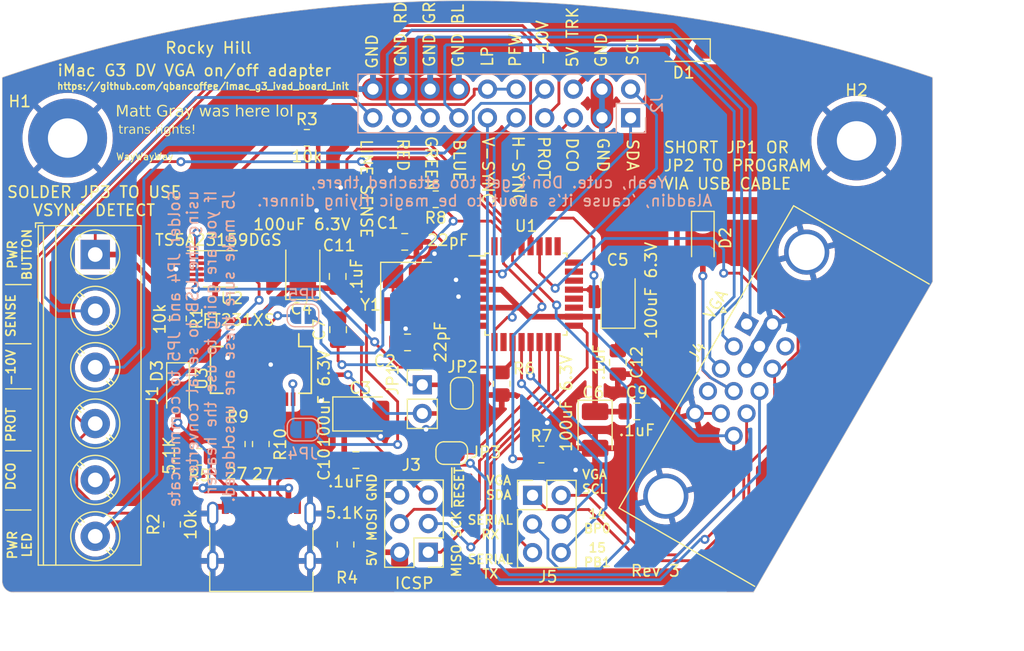
<source format=kicad_pcb>
(kicad_pcb (version 20240108) (generator "pcbnew") (generator_version "8.0")
  (title_block (title "J2o Board") (date "2020-03-27") (rev "3") (comment 3 "initializing the IVAD board and sending an EDID when requested.") (comment 4 "Powers atmega328p from J20 connector and from thr VGA connector."))
  (layers (0 "F.Cu" signal) (31 "B.Cu" signal) (34 "B.Paste" user) (35 "F.Paste" user) (36 "B.SilkS" user "B.Silkscreen") (37 "F.SilkS" user "F.Silkscreen") (38 "B.Mask" user) (39 "F.Mask" user) (44 "Edge.Cuts" user))
  (net 0 "")
  (net 1 "GND")
  (net 2 "Net-(U1-XTAL1{slash}PB6)")
  (net 3 "Net-(U1-XTAL2{slash}PB7)")
  (net 4 "/RED")
  (net 5 "/GREEN")
  (net 6 "/BLUE")
  (net 7 "/COMPUTER_5V")
  (net 8 "/COMPUTER_SDA")
  (net 9 "/H_SYNC")
  (net 10 "/V_SYNC")
  (net 11 "/COMPUTER_SCL")
  (net 12 "/IVAD_SDA")
  (net 13 "/IVAD_SCL")
  (net 14 "/DCO")
  (net 15 "/5V_TRICKLE")
  (net 16 "/PROT")
  (net 17 "/-10V")
  (net 18 "/LPIACT:L1_LP")
  (net 19 "/LINE_SENSE")
  (net 20 "/+5V_BOARD")
  (net 21 "/PWR_BTN")
  (net 22 "/MISO")
  (net 23 "/SCK")
  (net 24 "/MOSI")
  (net 25 "/~{RESET}")
  (net 26 "/PWR_LED")
  (net 27 "/SERIAL_RX")
  (net 28 "/SERIAL_TX")
  (net 29 "/PB0")
  (net 30 "/PB1")
  (net 32 "/5V_USB")
  (net 34 "Net-(JP3-A)")
  (net 35 "Net-(U1-PD7)")
  (net 56 "Net-(U3-USBDP)")
  (net 57 "Net-(U3-USBDM)")
  (net 58 "Net-(JP1-A)")
  (net 59 "Net-(JP1-B)")
  (net 60 "Net-(J5-Pin_5)")
  (net 61 "Net-(J6-D--PadA7)")
  (net 62 "Net-(J6-D+-PadA6)")
  (net 63 "Net-(JP4-B)")
  (net 64 "Net-(JP5-B)")
  (net 67 "Net-(J6-CC2)")
  (net 68 "Net-(J6-CC1)")
  (footprint "MountingHole:MountingHole_3.5mm_Pad" (layer "F.Cu") (at 209.153 70.1538)
    (property "Reference" "H2")
    (property "Value" "MountingHole_Pad" (hide yes))
  )
  (footprint "Connector_PinHeader_2.54mm:PinHeader_2x03_P2.54mm_Vertical" (layer "F.Cu") (at 171.153 106.654 180)
    (property "Reference" "J3")
    (property "Value" "Conn_02x03_Odd_Even" (hide yes))
  )
  (footprint "TerminalBlock_Phoenix:TerminalBlock_Phoenix_PT-1,5-6-5.0-H_1x06_P5.00mm_Horizontal" (layer "F.Cu") (at 141.605 80.236 -90)
    (property "Reference" "J1")
    (property "Value" "Screw_Terminal_01x06" (hide yes))
  )
  (footprint "MountingHole:MountingHole_3.5mm_Pad" (layer "F.Cu") (at 139.153 69.9038)
    (property "Reference" "H1")
    (property "Value" "MountingHole_Pad" (hide yes))
  )
  (footprint "Connector_PinHeader_2.54mm:PinHeader_2x03_P2.54mm_Vertical" (layer "F.Cu") (at 180.403 101.604)
    (property "Reference" "J5")
    (property "Value" "Conn_02x03_Odd_Even" (hide yes))
  )
  (footprint "Connector_Dsub:DSUB-15-HD_Female_Horizontal_P2.29x1.98mm_EdgePinOffset8.35mm_Housed_MountingHolesOffset10.89mm" (layer "F.Cu") (at 199.403 86.4038 60)
    (property "Reference" "J4")
    (property "Value" "DE15_Receptacle_HighDensity_MountingHoles")
  )
  (footprint "Jumper:SolderJumper-2_P1.3mm_Open_RoundedPad1.0x1.5mm" (layer "F.Cu") (at 173.233 97.8538 180)
    (property "Reference" "JP3")
    (property "Value" "SolderJumper_2_Open" (hide yes))
  )
  (footprint "Diode_SMD:D_SOD-123" (layer "F.Cu") (at 193.813 62.1038 180)
    (property "Reference" "D1")
    (property "Value" "D_Schottky_ALT" (hide yes))
  )
  (footprint "Diode_SMD:D_SOD-123" (layer "F.Cu") (at 195.513 78.7738 -90)
    (property "Reference" "D2")
    (property "Value" "D_Schottky_ALT" (hide yes))
  )
  (footprint "Resistor_SMD:R_0805_2012Metric_Pad1.20x1.40mm_HandSolder" (layer "F.Cu") (at 148.943 85.9138 -90)
    (property "Reference" "R1")
    (property "Value" "10k")
  )
  (footprint "Resistor_SMD:R_0805_2012Metric_Pad1.20x1.40mm_HandSolder" (layer "F.Cu") (at 148.423 104.1838 90)
    (property "Reference" "R2")
    (property "Value" "10k")
  )
  (footprint "Resistor_SMD:R_0805_2012Metric_Pad1.20x1.40mm_HandSolder" (layer "F.Cu") (at 160.383 69.8838)
    (property "Reference" "R3")
    (property "Value" "10k")
  )
  (footprint "Resistor_SMD:R_0805_2012Metric_Pad1.20x1.40mm_HandSolder" (layer "F.Cu") (at 177.673 91.7038 90)
    (property "Reference" "R6")
    (property "Value" "10k")
  )
  (footprint "Package_QFP:TQFP-32_7x7mm_P0.8mm" (layer "F.Cu") (at 179.828 83.7538)
    (property "Reference" "U1")
    (property "Value" "ATmega328P-AU" (hide yes))
  )
  (footprint "Package_SO:VSSOP-10_3x3mm_P0.5mm" (layer "F.Cu") (at 152.703 81.5038)
    (property "Reference" "U2")
    (property "Value" "TS5A23159DGS")
  )
  (footprint "Package_SO:SSOP-20_3.9x8.7mm_P0.635mm" (layer "F.Cu") (at 156.3005 90.4738 -90)
    (property "Reference" "U3")
    (property "Value" "FT231XS")
  )
  (footprint "Crystal:Crystal_SMD_3225-4Pin_3.2x2.5mm_HandSoldering" (layer "F.Cu") (at 169.178 83.6288 -90)
    (property "Reference" "Y1")
    (property "Value" "16 Mz cystal" (hide yes))
  )
  (footprint "Capacitor_Tantalum_SMD:CP_EIA-3528-21_Kemet-B_Pad1.50x2.35mm_HandSolder" (layer "F.Cu") (at 185.953 95.7988 -90)
    (property "Reference" "C6")
    (property "Value" "100uF 6.3V")
  )
  (footprint "Capacitor_Tantalum_SMD:CP_EIA-3528-21_Kemet-B_Pad1.50x2.35mm_HandSolder" (layer "F.Cu") (at 165.318 94.3838)
    (property "Reference" "C3")
    (property "Value" "100uF 6.3V")
  )
  (footprint "Capacitor_Tantalum_SMD:CP_EIA-3528-21_Kemet-B_Pad1.50x2.35mm_HandSolder" (layer "F.Cu") (at 187.993 84.1388 90)
    (property "Reference" "C5")
    (property "Value" "100uF 6.3V")
  )
  (footprint "Capacitor_Tantalum_SMD:CP_EIA-3528-21_Kemet-B_Pad1.50x2.35mm_HandSolder" (layer "F.Cu") (at 160.023 81.5888 90)
    (property "Reference" "C4")
    (property "Value" "100uF 6.3V")
  )
  (footprint "Capacitor_SMD:C_0805_2012Metric_Pad1.18x1.45mm_HandSolder" (layer "F.Cu") (at 169.313 88.0338 180)
    (property "Reference" "C2")
    (property "Value" "22pF")
  )
  (footprint "Capacitor_SMD:C_0805_2012Metric_Pad1.18x1.45mm_HandSolder" (layer "F.Cu") (at 169.063 79.1138 180)
    (property "Reference" "C1")
    (property "Value" "22pF")
  )
  (footprint "Diode_SMD:D_SOD-123" (layer "F.Cu") (at 148.943 92.2038 -90)
    (property "Reference" "D3")
    (property "Value" "D_Schottky_ALT" (hide yes))
  )
  (footprint "Jumper:SolderJumper-2_P1.3mm_Open_RoundedPad1.0x1.5mm" (layer "F.Cu") (at 174.123 92.5438 -90)
    (property "Reference" "JP2")
    (property "Value" "SolderJumper_2_Open" (hide yes))
  )
  (footprint "Connector_PinHeader_2.54mm:PinHeader_1x02_P2.54mm_Vertical" (layer "F.Cu") (at 170.623 91.7988)
    (property "Reference" "JP1")
    (property "Value" "SolderJumper_2_Open" (hide yes))
  )
  (footprint "Resistor_SMD:R_0805_2012Metric_Pad1.20x1.40mm_HandSolder" (layer "F.Cu") (at 163.813 105.9638 -90)
    (property "Reference" "R4")
    (property "Value" "5.1K")
  )
  (footprint "Capacitor_SMD:C_0805_2012Metric_Pad1.18x1.45mm_HandSolder" (layer "F.Cu") (at 163.113 82.1838 90)
    (property "Reference" "C11")
    (property "Value" ".1uF")
  )
  (footprint "Resistor_SMD:R_0805_2012Metric_Pad1.20x1.40mm_HandSolder" (layer "F.Cu") (at 154.163 97.0538 90)
    (property "Reference" "R9")
    (property "Value" "27")
  )
  (footprint "Resistor_SMD:R_0805_2012Metric_Pad1.20x1.40mm_HandSolder" (layer "F.Cu") (at 156.293 97.0538 90)
    (property "Reference" "R10")
    (property "Value" "27")
  )
  (footprint "Capacitor_SMD:C_0805_2012Metric_Pad1.18x1.45mm_HandSolder" (layer "F.Cu") (at 189.6555 94.1538)
    (property "Reference" "C9")
    (property "Value" ".1uF")
  )
  (footprint "Resistor_SMD:R_0805_2012Metric_Pad1.20x1.40mm_HandSolder" (layer "F.Cu") (at 150.833 98.1838 180)
    (property "Reference" "R5")
    (property "Value" "5.1K")
  )
  (footprint "Resistor_SMD:R_0805_2012Metric_Pad1.20x1.40mm_HandSolder" (layer "F.Cu") (at 181.183 97.9838)
    (property "Reference" "R7")
    (property "Value" "10k")
  )
  (footprint "Capacitor_SMD:C_0805_2012Metric_Pad1.18x1.45mm_HandSolder" (layer "F.Cu") (at 164.733 98.4738)
    (property "Reference" "C10")
    (property "Value" ".1uF")
  )
  (footprint "Capacitor_SMD:C_0805_2012Metric_Pad1.18x1.45mm_HandSolder" (layer "F.Cu") (at 187.973 89.8113 -90)
    (property "Reference" "C12")
    (property "Value" ".1uF")
  )
  (footprint "Connector_USB:USB_C_Receptacle_G-Switch_GT-USB-7010ASV" (layer "F.Cu") (at 156.343 106.3438)
    (property "Reference" "J6" (hide yes))
    (property "Value" "USB_C_Receptacle_USB2.0")
  )
  (footprint "Capacitor_SMD:C_0805_2012Metric_Pad1.18x1.45mm_HandSolder" (layer "F.Cu") (at 163.153 86.9038 90)
    (property "Reference" "C7")
    (property "Value" ".1uF")
  )
  (footprint "Resistor_SMD:R_0805_2012Metric_Pad1.20x1.40mm_HandSolder" (layer "F.Cu") (at 171.813 75.3338 180)
    (property "Reference" "R8")
    (property "Value" "5.1K")
  )
  (footprint "Connector_PinHeader_2.54mm:PinHeader_2x10_P2.54mm_Vertical" (layer "B.Cu") (at 189.103 68.1038 90)
    (property "Reference" "J2")
    (property "Value" "Conn_02x10_Odd_Even" (hide yes))
  )
  (footprint "Jumper:SolderJumper-2_P1.3mm_Open_RoundedPad1.0x1.5mm" (layer "B.Cu") (at 160.043 95.7738 180)
    (property "Reference" "JP4")
    (property "Value" "SolderJumper_2_Open" (hide yes))
  )
  (footprint "Jumper:SolderJumper-2_P1.3mm_Open_RoundedPad1.0x1.5mm" (layer "B.Cu") (at 160.033 85.6438 180)
    (property "Reference" "JP5")
    (property "Value" "SolderJumper_2_Open" (hide yes))
  )
  (gr_line (start 135.903 82.9038) (end 133.653 82.9038) (stroke (width 0.12)) (layer "F.SilkS"))
  (gr_line (start 135.903 97.6538) (end 133.653 97.6538) (stroke (width 0.12)) (layer "F.SilkS"))
  (gr_line (start 135.903 88.1538) (end 133.653 88.1538) (stroke (width 0.12)) (layer "F.SilkS"))
  (gr_line (start 135.903 92.1538) (end 133.653 92.1538) (stroke (width 0.12)) (layer "F.SilkS"))
  (gr_line (start 135.903 102.9038) (end 133.653 102.9038) (stroke (width 0.12)) (layer "F.SilkS"))
  (gr_line (start 133.35 109.22) (end 133.35 64.516001) (stroke (width 0.05)) (layer "Edge.Cuts"))
  (gr_line (start 200.003 110.22) (end 134.35 110.22) (stroke (width 0.05)) (layer "Edge.Cuts"))
  (gr_line (start 215.899998 64.516) (end 215.899998 82.6538) (stroke (width 0.05)) (layer "Edge.Cuts"))
  (gr_arc (start 134.35 110.22) (mid 133.642893 109.927107) (end 133.35 109.22) (stroke (width 0.05)) (layer "Edge.Cuts"))
  (gr_line (start 215.899998 82.6538) (end 200.003 110.22) (stroke (width 0.05)) (layer "Edge.Cuts"))
  (gr_arc (start 133.35 64.516001) (mid 174.624999 57.705384) (end 215.899998 64.516) (stroke (width 0.05)) (layer "Edge.Cuts"))
  (gr_text "Yeah, cute. Don't get too attached there, \nAladdin, 'cause it's about to be magic flying dinner." (at 176.153 74.6538 0) (layer "B.SilkS") (effects (font (size 1 1)) (justify mirror)))
  (gr_text "Solder JP4 and JP5 to communicate\nusing the USB to serial converter.\nIf you are going to use the header\nJ5 make sure these are unsoldered." (at 154.043 74.4638 90) (layer "B.SilkS") (effects (font (size 1 1)) (justify left bottom mirror)))
  (gr_text "14\nBP0" (at 186.153 103.9038 0) (layer "F.SilkS") (effects (font (size 0.8 0.8))))
  (gr_text "VGA\nSCL" (at 185.903 100.4038 0) (layer "F.SilkS") (effects (font (size 0.8 0.8))))
  (gr_text "MISO" (at 173.653 107.4038 90) (layer "F.SilkS") (effects (font (size 0.8 0.8))))
  (gr_text "SERIAL\nRX" (at 176.653 104.4288 0) (layer "F.SilkS") (effects (font (size 0.8 0.8))))
  (gr_text "SENSE" (at 134.112 85.6538 90) (layer "F.SilkS") (effects (font (size 0.8 0.8))))
  (gr_text "PROT" (at 181.403 71.6538 270) (layer "F.SilkS") (effects (font (size 1 1))))
  (gr_text "GND" (at 186.653 71.4038 270) (layer "F.SilkS") (effects (font (size 1 1))))
  (gr_text "LP" (at 176.393 62.6538 90) (layer "F.SilkS") (effects (font (size 1 1))))
  (gr_text "ICSP" (at 169.903 109.4038 0) (layer "F.SilkS") (effects (font (size 1 1))))
  (gr_text "WayWayWay" (at 143.403 71.9038 0) (layer "F.SilkS") (effects (font (size 0.6 0.6) (thickness 0.1) (bold yes)) (justify left bottom)))
  (gr_text "DCO" (at 134.112 99.916 90) (layer "F.SilkS") (effects (font (size 0.8 0.8))))
  (gr_text "SDA" (at 189.2768 71.4038 270) (layer "F.SilkS") (effects (font (size 1 1))))
  (gr_text "PFW" (at 178.8668 62.0903 90) (layer "F.SilkS") (effects (font (size 1 1))))
  (gr_text "GND" (at 166.153 100.9038 90) (layer "F.SilkS") (effects (font (size 0.8 0.8))))
  (gr_text "VGA\nSDA" (at 177.403 100.9288 0) (layer "F.SilkS") (effects (font (size 0.8 0.8))))
  (gr_text "GND GR" (at 171.2468 60.6933 90) (layer "F.SilkS") (effects (font (size 1 1))))
  (gr_text "SERIAL\nTX" (at 176.653 107.9288 0) (layer "F.SilkS") (effects (font (size 0.8 0.8))))
  (gr_text "GND" (at 186.4868 62.0903 90) (layer "F.SilkS") (effects (font (size 1 1))))
  (gr_text "MOSI" (at 166.153 104.2038 90) (layer "F.SilkS") (effects (font (size 0.8 0.8))))
  (gr_text "GND RD" (at 168.7068 60.6933 90) (layer "F.SilkS") (effects (font (size 1 1))))
  (gr_text "15\nPB1" (at 186.153 106.9038 0) (layer "F.SilkS") (effects (font (size 0.8 0.8))))
  (gr_text "trans rights!" (at 143.653 69.6538 0) (layer "F.SilkS") (effects (font (size 0.8 0.8)) (justify left bottom)))
  (gr_text "RED" (at 168.903 71.4038 270) (layer "F.SilkS") (effects (font (size 1 1))))
  (gr_text "5V" (at 166.153 107.1538 90) (layer "F.SilkS") (effects (font (size 0.8 0.8))))
  (gr_text "Matt Gray was here lol" (at 143.403 68.1538 0) (layer "F.SilkS") (effects (font (size 1 1)) (justify left bottom)))
  (gr_text "SHORT JP1 OR\nJP2 TO PROGRAM\nVIA USB CABLE" (at 191.963 74.5438 0) (layer "F.SilkS") (effects (font (size 1 1)) (justify left bottom)))
  (gr_text "GND BL" (at 173.7868 60.8203 90) (layer "F.SilkS") (effects (font (size 1 1))))
  (gr_text "5V TRK" (at 183.9468 60.9473 90) (layer "F.SilkS") (effects (font (size 1 1))))
  (gr_text "V-SYNC" (at 176.4498 72.7786 270) (layer "F.SilkS") (effects (font (size 1 1))))
  (gr_text "iMac G3 DV VGA on/off adapter" (at 150.403 63.9038 0) (layer "F.SilkS") (effects (font (size 1 1))))
  (gr_text "BLUE" (at 173.903 71.9038 270) (layer "F.SilkS") (effects (font (size 1 1))))
  (gr_text "~{RESET}" (at 173.903 100.9038 90) (layer "F.SilkS") (effects (font (size 0.8 0.8))))
  (gr_text "-10V" (at 181.2798 61.4553 90) (layer "F.SilkS") (effects (font (size 1 1))))
  (gr_text "SCK" (at 173.653 104.1538 90) (layer "F.SilkS") (effects (font (size 0.8 0.8))))
  (gr_text "SOLDER JP3 TO USE\nVSYNC DETECT" (at 141.503 75.5038 0) (layer "F.SilkS") (effects (font (size 1 1))))
  (gr_text "H-SYNC" (at 179.1168 72.7786 270) (layer "F.SilkS") (effects (font (size 1 1))))
  (gr_text "DCO" (at 183.903 71.4038 270) (layer "F.SilkS") (effects (font (size 1 1))))
  (gr_text "GND" (at 166.1668 62.2173 90) (layer "F.SilkS") (effects (font (size 1 1))))
  (gr_text "VGA" (at 196.653 84.6538 60) (layer "F.SilkS") (effects (font (size 1 1))))
  (gr_text "SCL" (at 189.2808 62.0903 90) (layer "F.SilkS") (effects (font (size 1 1))))
  (gr_text "PWR\nLED" (at 134.9 106.012 90) (layer "F.SilkS") (effects (font (size 0.8 0.8))))
  (gr_text "PWR\nBUTTON" (at 134.9 80.236 90) (layer "F.SilkS") (effects (font (size 0.8 0.8))))
  (gr_text "Rev 3" (at 191.303 108.3038 0) (layer "F.SilkS") (effects (font (size 1 1))))
  (gr_text "GREEN" (at 171.403 72.1538 270) (layer "F.SilkS") (effects (font (size 1 1))))
  (gr_text "-10V" (at 134.112 90.264 90) (layer "F.SilkS") (effects (font (size 0.8 0.8))))
  (gr_text "PROT" (at 134.112 95.344 90) (layer "F.SilkS") (effects (font (size 0.8 0.8))))
  (gr_text "Rocky Hill" (at 151.653 61.9038 0) (layer "F.SilkS") (effects (font (size 1 1))))
  (gr_text "https://github.com/qbancoffee/imac_g3_ivad_board_init" (at 138.153 65.6538 0) (layer "F.SilkS") (effects (font (size 0.6 0.6) (thickness 0.125) (bold yes)) (justify left bottom)))
  (gr_text "LINE SENSE" (at 165.653 74.4038 270) (layer "F.SilkS") (effects (font (size 1 1))))
  (segment (start 168.028 85.6988) (end 168.028 85.0788) (width 0.25) (layer "F.Cu") (net 1))
  (segment (start 175.578 84.1538) (end 174.013 84.1538) (width 0.3) (layer "F.Cu") (net 1))
  (segment (start 170.813 75.3338) (end 170.283 75.3338) (width 0.25) (layer "F.Cu") (net 1))
  (segment (start 187.153 83.3538) (end 187.993 82.5138) (width 0.25) (layer "F.Cu") (net 1))
  (segment (start 159.163 80.8238) (end 160.023 79.9638) (width 0.3) (layer "F.Cu") (net 1))
  (segment (start 155.983 91.4738) (end 156.618 92.1088) (width 0.4) (layer "F.Cu") (net 1))
  (segment (start 197.108631 94.336593) (end 197.11023 94.334994) (width 0.25) (layer "F.Cu") (net 1))
  (segment (start 170.283 75.3338) (end 167.763 72.8138) (width 0.25) (layer "F.Cu") (net 1))
  (segment (start 166.943 96.3538) (end 166.933 96.3638) (width 0.25) (layer "F.Cu") (net 1))
  (segment (start 150.503 81.5038) (end 148.803 81.5038) (width 0.3) (layer "F.Cu") (net 1))
  (segment (start 157.983 82.0038) (end 159.163 80.8238) (width 0.3) (layer "F.Cu") (net 1))
  (segment (start 175.578 82.5538) (end 173.683 82.5538) (width 0.3) (layer "F.Cu") (net 1))
  (segment (start 168.028 87.7863) (end 168.2755 88.0338) (width 0.25) (layer "F.Cu") (net 1))
  (segment (start 158.983 81.0038) (end 159.163 80.8238) (width 0.3) (layer "F.Cu") (net 1))
  (segment (start 184.078 83.3538) (end 187.153 83.3538) (width 0.25) (layer "F.Cu") (net 1))
  (segment (start 156.618 92.1088) (end 156.618 93.0738) (width 0.4) (layer "F.Cu") (net 1))
  (segment (start 171.323 65.5638) (end 173.863 65.5638) (width 2) (layer "F.Cu") (net 1))
  (segment (start 168.783 65.5638) (end 171.323 65.5638) (width 2) (layer "F.Cu") (net 1))
  (segment (start 166.943 94.3838) (end 166.943 96.3538) (width 0.25) (layer "F.Cu") (net 1))
  (segment (start 154.903 82.0038) (end 157.983 82.0038) (width 0.3) (layer "F.Cu") (net 1))
  (segment (start 194.823 94.336593) (end 197.108631 94.336593) (width 0.25) (layer "F.Cu") (net 1))
  (segment (start 169.143 86.8138) (end 168.028 85.6988) (width 0.25) (layer "F.Cu") (net 1))
  (segment (start 169.143 87.1663) (end 168.2755 88.0338) (width 0.25) (layer "F.Cu") (net 1))
  (segment (start 186.563 65.5638) (end 186.563 68.1038) (width 2) (layer "F.Cu") (net 1))
  (segment (start 168.028 85.0788) (end 168.028 87.7863) (width 0.25) (layer "F.Cu") (net 1))
  (segment (start 174.013 84.1538) (end 173.833 83.9738) (width 0.3) (layer "F.Cu") (net 1))
  (segment (start 169.143 86.8138) (end 169.143 87.1663) (width 0.25) (layer "F.Cu") (net 1))
  (segment (start 148.803 81.5038) (end 148.773 81.5338) (width 0.3) (layer "F.Cu") (net 1))
  (segment (start 155.983 87.8738) (end 155.983 91.4738) (width 0.4) (layer "F.Cu") (net 1))
  (segment (start 154.903 81.0038) (end 158.983 81.0038) (width 0.3) (layer "F.Cu") (net 1))
  (segment (start 166.243 65.5638) (end 168.783 65.5638) (width 2) (layer "F.Cu") (net 1))
  (segment (start 173.683 82.5538) (end 173.613 82.4838) (width 0.3) (layer "F.Cu") (net 1))
  (via (at 157.173 90.0038) (size 0.8) (drill 0.4) (layers "F.Cu" "B.Cu") (net 1))
  (via (at 163.383 74.3038) (size 0.8) (drill 0.4) (layers "F.Cu" "B.Cu") (net 1))
  (via (at 171.703 80.1638) (size 0.8) (drill 0.4) (layers "F.Cu" "B.Cu") (net 1))
  (via (at 166.933 96.3638) (size 0.8) (drill 0.4) (layers "F.Cu" "B.Cu") (net 1))
  (via (at 181.703 95.1638) (size 0.8) (drill 0.4) (layers "F.Cu" "B.Cu") (net 1))
  (via (at 161.243 76.3238) (size 0.8) (drill 0.4) (layers "F.Cu" "B.Cu") (net 1))
  (via (at 148.773 81.5338) (size 0.8) (drill 0.4) (layers "F.Cu" "B.Cu") (net 1))
  (via (at 173.613 82.4838) (size 0.8) (drill 0.4) (layers "F.Cu" "B.Cu") (net 1))
  (via (at 173.833 83.9738) (size 0.8) (drill 0.4) (layers "F.Cu" "B.Cu") (net 1))
  (via (at 170.953 95.7538) (size 0.8) (drill 0.4) (layers "F.Cu" "B.Cu") (net 1))
  (via (at 184.223 99.3538) (size 0.8) (drill 0.4) (layers "F.Cu" "B.Cu") (net 1))
  (via (at 153.333 89.4138) (size 0.8) (drill 0.4) (layers "F.Cu" "B.Cu") (net 1))
  (via (at 161.643 93.2138) (size 0.8) (drill 0.4) (layers "F.Cu" "B.Cu") (net 1))
  (via (at 167.763 72.8138) (size 0.8) (drill 0.4) (layers "F.Cu" "B.Cu") (net 1))
  (via (at 169.143 86.8138) (size 0.8) (drill 0.4) (layers "F.Cu" "B.Cu") (net 1))
  (segment (start 199.4 90.3686) (end 201.69 86.4022) (width 1.5) (layer "B.Cu") (net 1))
  (segment (start 168.026 79.1138) (end 168.028 79.1163) (width 0.25) (layer "F.Cu") (net 2))
  (segment (start 174.073 85.7538) (end 175.578 85.7538) (width 0.25) (layer "F.Cu") (net 2))
  (segment (start 168.193 83.6438) (end 171.963 83.6438) (width 0.25) (layer "F.Cu") (net 2))
  (segment (start 168.028 82.1788) (end 168.028 83.4788) (width 0.25) (layer "F.Cu") (net 2))
  (segment (start 168.0255 79.1138) (end 168.026 79.1138) (width 0.25) (layer "F.Cu") (net 2))
  (segment (start 171.963 83.6438) (end 174.073 85.7538) (width 0.25) (layer "F.Cu") (net 2))
  (segment (start 168.028 83.4788) (end 168.193 83.6438) (width 0.25) (layer "F.Cu") (net 2))
  (segment (start 168.028 79.1163) (end 168.028 82.1788) (width 0.25) (layer "F.Cu") (net 2))
  (segment (start 172.913 86.5538) (end 175.578 86.5538) (width 0.25) (layer "F.Cu") (net 3))
  (segment (start 170.328 88.0113) (end 170.328 85.0788) (width 0.25) (layer "F.Cu") (net 3))
  (segment (start 170.3505 88.0338) (end 170.35 88.0338) (width 0.25) (layer "F.Cu") (net 3))
  (segment (start 170.328 85.0788) (end 171.438 85.0788) (width 0.25) (layer "F.Cu") (net 3))
  (segment (start 171.438 85.0788) (end 172.913 86.5538) (width 0.25) (layer "F.Cu") (net 3))
  (segment (start 170.35 88.0338) (end 170.328 88.0113) (width 0.25) (layer "F.Cu") (net 3))
  (segment (start 169.683 60.3238) (end 167.513 62.4938) (width 0.25) (layer "B.Cu") (net 4))
  (segment (start 199.403 86.4038) (end 199.703 86.1038) (width 0.25) (layer "B.Cu") (net 4))
  (segment (start 167.513 66.8338) (end 168.783 68.1038) (width 0.25) (layer "B.Cu") (net 4))
  (segment (start 199.703 67.2438) (end 192.783 60.3238) (width 0.25) (layer "B.Cu") (net 4))
  (segment (start 199.703 86.1038) (end 199.703 67.2438) (width 0.25) (layer "B.Cu") (net 4))
  (segment (start 192.783 60.3238) (end 169.683 60.3238) (width 0.25) (layer "B.Cu") (net 4))
  (segment (start 167.513 62.4938) (end 167.513 66.8338) (width 0.25) (layer "B.Cu") (net 4))
  (segment (start 197.283 85.6138) (end 198.953 83.9438) (width 0.25) (layer "B.Cu") (net 5))
  (segment (start 170.075 61.1075) (end 170.075 66.8558) (width 0.25) (layer "B.Cu") (net 5))
  (segment (start 192.566604 60.9438) (end 170.23893 60.9438) (width 0.25) (layer "B.Cu") (net 5))
  (segment (start 170.075 66.8558) (end 171.323 68.1038) (width 0.25) (layer "B.Cu") (net 5))
  (segment (start 198.953 83.9438) (end 198.953 67.330196) (width 0.25) (layer "B.Cu") (net 5))
  (segment (start 198.258 88.387) (end 197.283 87.412) (width 0.25) (layer "B.Cu") (net 5))
  (segment (start 198.953 67.330196) (end 192.566604 60.9438) (width 0.25) (layer "B.Cu") (net 5))
  (segment (start 197.283 87.412) (end 197.283 85.6138) (width 0.25) (layer "B.Cu") (net 5))
  (segment (start 170.23893 60.9438) (end 170.075 61.1075) (width 0.25) (layer "B.Cu") (net 5))
  (segment (start 172.615 66.8558) (end 173.863 68.1038) (width 0.25) (layer "B.Cu") (net 6))
  (segment (start 197.113 90.3702) (end 196.133 89.3902) (width 0.25) (layer "B.Cu") (net 6))
  (segment (start 198.293 83.9674) (end 198.293 67.5338) (width 0.25) (layer "B.Cu") (net 6))
  (segment (start 198.293 67.5338) (end 192.393 61.6338) (width 0.25) (layer "B.Cu") (net 6))
  (segment (start 192.393 61.6338) (end 172.757 61.6338) (width 0.25) (layer "B.Cu") (net 6))
  (segment (start 172.615 61.7758) (end 172.615 66.8558) (width 0.25) (layer "B.Cu") (net 6))
  (segment (start 196.133 86.1274) (end 198.293 83.9674) (width 0.25) (layer "B.Cu") (net 6))
  (segment (start 196.133 89.3902) (end 196.133 86.1274) (width 0.25) (layer "B.Cu") (net 6))
  (segment (start 172.757 61.6338) (end 172.615 61.7758) (width 0.25) (layer "B.Cu") (net 6))
  (segment (start 195.553 82.1438) (end 195.729 81.9678) (width 0.25) (layer "F.Cu") (net 7))
  (segment (start 198.2552 92.3518) (end 198.255 92.3518) (width 0.25) (layer "F.Cu") (net 7))
  (segment (start 195.513 82.1438) (end 195.553 82.1438) (width 0.25) (layer "F.Cu") (net 7))
  (segment (start 196.143 91.1338) (end 195.513 90.5038) (width 0.25) (layer "F.Cu") (net 7))
  (segment (start 195.513 90.5038) (end 195.513 82.1438) (width 0.25) (layer "F.Cu") (net 7))
  (segment (start 195.513 82.1438) (end 195.513 80.4238) (width 0.5) (layer "F.Cu") (net 7))
  (segment (start 198.255 92.3518) (end 196.143 91.1338) (width 0.25) (layer "F.Cu") (net 7))
  (via (at 195.513 82.1438) (size 0.8) (drill 0.4) (layers "F.Cu" "B.Cu") (net 7))
  (segment (start 195.513 82.1438) (end 195.533 82.1638) (width 0.25) (layer "B.Cu") (net 7))
  (segment (start 195.533 82.1638) (end 195.533 90.4738) (width 0.25) (layer "B.Cu") (net 7))
  (segment (start 196.263 91.2038) (end 198.25523 92.351795) (width 0.25) (layer "B.Cu") (net 7))
  (segment (start 195.533 90.4738) (end 196.263 91.2038) (width 0.25) (layer "B.Cu") (net 7))
  (segment (start 203.9614 88.8792) (end 202.4736 90.367) (width 0.25) (layer "F.Cu") (net 8))
  (segment (start 199.593 102.6338) (end 199.593 98.85252) (width 0.25) (layer "F.Cu") (net 8))
  (segment (start 197.363 81.8912) (end 198.7845 81.8912) (width 0.25) (layer "F.Cu") (net 8))
  (segment (start 185.383 102.864) (end 189.923 107.404) (width 0.25) (layer "F.Cu") (net 8))
  (segment (start 201.8839 90.5638) (end 201.687 90.367) (width 0.25) (layer "F.Cu") (net 8))
  (segment (start 181.028 79.5038) (end 181.028 81.8488) (width 0.25) (layer "F.Cu") (net 8))
  (segment (start 201.8839 90.367) (end 201.8839 90.5638) (width 0.25) (layer "F.Cu") (net 8))
  (segment (start 181.663 102.864) (end 185.383 102.864) (width 0.25) (layer "F.Cu") (net 8))
  (segment (start 201.8839 90.367) (end 201.6875 90.367) (width 0.25) (layer "F.Cu") (net 8))
  (segment (start 181.028 81.8488) (end 182.413 83.2338) (width 0.25) (layer "F.Cu") (net 8))
  (segment (start 194.8228 107.404) (end 199.593 102.6338) (width 0.25) (layer "F.Cu") (net 8))
  (segment (start 203.9614 87.0681) (end 203.9614 88.8792) (width 0.25) (layer "F.Cu") (net 8))
  (segment (start 180.403 101.604) (end 181.663 102.864) (width 0.25) (layer "F.Cu") (net 8))
  (segment (start 199.593 98.85252) (end 201.8839 96.56162) (width 0.25) (layer "F.Cu") (net 8))
  (segment (start 198.7845 81.8912) (end 203.9614 87.0681) (width 0.25) (layer "F.Cu") (net 8))
  (segment (start 202.4736 90.367) (end 201.8839 90.367) (width 0.25) (layer "F.Cu") (net 8))
  (segment (start 201.8839 96.56162) (end 201.8839 90.5638) (width 0.25) (layer "F.Cu") (net 8))
  (segment (start 189.923 107.404) (end 194.8228 107.404) (width 0.25) (layer "F.Cu") (net 8))
  (via (at 197.363 81.8912) (size 0.8) (drill 0.4) (layers "F.Cu" "B.Cu") (net 8))
  (via (at 182.413 83.2338) (size 0.8) (drill 0.4) (layers "F.Cu" "B.Cu") (net 8))
  (segment (start 186.833 78.8138) (end 196.393 78.8138) (width 0.25) (layer "B.Cu") (net 8))
  (segment (start 182.413 83.2338) (end 186.833 78.8138) (width 0.25) (layer "B.Cu") (net 8))
  (segment (start 197.363 79.7838) (end 197.363 81.8912) (width 0.25) (layer "B.Cu") (net 8))
  (segment (start 196.393 78.8138) (end 197.363 79.7838) (width 0.25) (layer "B.Cu") (net 8))
  (segment (start 200.542 92.3502) (end 200.542 92.8917) (width 0.25) (layer "B.Cu") (net 9))
  (segment (start 200.542 92.8917) (end 200.5425 92.8912) (width 0.25) (layer "B.Cu") (net 9))
  (segment (start 200.5425 92.8912) (end 200.5425 92.3502) (width 0.25) (layer "B.Cu") (net 9))
  (segment (start 200.542 99.634189) (end 191.532389 108.6438) (width 0.25) (layer "B.Cu") (net 9))
  (segment (start 200.542 92.8917) (end 200.542 99.634189) (width 0.25) (layer "B.Cu") (net 9))
  (segment (start 178.3348 108.6438) (end 177.00035 107.30935) (width 0.25) (layer "B.Cu") (net 9))
  (segment (start 191.532389 108.6438) (end 178.3348 108.6438) (width 0.25) (layer "B.Cu") (net 9))
  (segment (start 177.00035 70.04645) (end 178.943 68.1038) (width 0.25) (layer "B.Cu") (net 9))
  (segment (start 177.00035 107.30935) (end 177.00035 70.04645) (width 0.25) (layer "B.Cu") (net 9))
  (segment (start 199.3973 94.3336) (end 199.397 94.3334) (width 0.25) (layer "F.Cu") (net 10))
  (segment (start 195.75732 105.511146) (end 195.690348 105.511146) (width 0.25) (layer "F.Cu") (net 10))
  (segment (start 199.3975 94.3334) (end 199.3973 94.3336) (width 0.25) (layer "F.Cu") (net 10))
  (segment (start 174.7119 98.9307) (end 174.8823 98.7603) (width 0.25) (layer "F.Cu") (net 10))
  (segment (start 172.583 98.3915) (end 173.1222 98.9307) (width 0.25) (layer "F.Cu") (net 10))
  (segment (start 199.3973 98.411824) (end 199.143 98.666124) (width 0.25) (layer "F.Cu") (net 10))
  (segment (start 172.583 97.8538) (end 172.583 98.3915) (width 0.25) (layer "F.Cu") (net 10))
  (segment (start 199.3973 94.3336) (end 199.3973 98.411824) (width 0.25) (layer "F.Cu") (net 10))
  (segment (start 173.1222 98.9307) (end 174.7119 98.9307) (width 0.25) (layer "F.Cu") (net 10))
  (segment (start 199.143 98.666124) (end 199.143 102.125466) (width 0.25) (layer "F.Cu") (net 10))
  (segment (start 199.143 102.125466) (end 195.75732 105.511146) (width 0.25) (layer "F.Cu") (net 10))
  (via (at 174.8823 98.7603) (size 0.8) (drill 0.4) (layers "F.Cu" "B.Cu") (net 10))
  (via (at 195.690348 105.511146) (size 0.8) (drill 0.4) (layers "F.Cu" "B.Cu") (net 10))
  (segment (start 176.403 100.281) (end 176.403 107.982) (width 0.25) (layer "B.Cu") (net 10))
  (segment (start 195.301439 105.511146) (end 195.690348 105.511146) (width 0.25) (layer "B.Cu") (net 10))
  (segment (start 191.718785 109.0938) (end 195.301439 105.511146) (width 0.25) (layer "B.Cu") (net 10))
  (segment (start 176.403 100.281) (end 176.403 68.1038) (width 0.25) (layer "B.Cu") (net 10))
  (segment (start 176.403 107.982) (end 177.5148 109.0938) (width 0.25) (layer "B.Cu") (net 10))
  (segment (start 174.8823 98.7603) (end 176.403 100.281) (width 0.25) (layer "B.Cu") (net 10))
  (segment (start 177.5148 109.0938) (end 191.718785 109.0938) (width 0.25) (layer "B.Cu") (net 10))
  (segment (start 180.228 79.5038) (end 180.228 77.0038) (width 0.25) (layer "F.Cu") (net 11))
  (segment (start 198.252 99.1203) (end 198.2525 99.1198) (width 0.25) (layer "F.Cu") (net 11))
  (segment (start 193.293 106.884) (end 190.545 106.884) (width 0.25) (layer "F.Cu") (net 11))
  (segment (start 185.265 101.604) (end 182.943 101.604) (width 0.25) (layer "F.Cu") (net 11))
  (segment (start 198.252 101.924) (end 193.293 106.884) (width 0.25) (layer "F.Cu") (net 11))
  (segment (start 190.545 106.884) (end 185.265 101.604) (width 0.25) (layer "F.Cu") (net 11))
  (segment (start 185.8475 78.8283) (end 185.8475 82.0825) (width 0.25) (layer "F.Cu") (net 11))
  (segment (start 184.023 77.0038) (end 185.8475 78.8283) (width 0.25) (layer "F.Cu") (net 11))
  (segment (start 198.252 99.1203) (end 198.252 101.924) (width 0.25) (layer "F.Cu") (net 11))
  (segment (start 180.228 77.0038) (end 184.023 77.0038) (width 0.25) (layer "F.Cu") (net 11))
  (segment (start 198.2525 99.1198) (end 198.2525 96.3166) (width 0.25) (layer "F.Cu") (net 11))
  (segment (start 198.252 96.3166) (end 198.252 99.1203) (width 0.25) (layer "F.Cu") (net 11))
  (via (at 185.8475 82.0825) (size 0.8) (drill 0.4) (layers "F.Cu" "B.Cu") (net 11))
  (segment (start 185.8475 82.0825) (end 185.8475 87.0303) (width 0.25) (layer "B.Cu") (net 11))
  (segment (start 185.8475 87.0303) (end 195.1338 96.3166) (width 0.25) (layer "B.Cu") (net 11))
  (segment (start 195.1338 96.3166) (end 198.2525 96.3166) (width 0.25) (layer "B.Cu") (net 11))
  (segment (start 177.517694 81.7538) (end 177.72535 81.961456) (width 0.25) (layer "F.Cu") (net 12))
  (segment (start 175.578 81.7538) (end 177.517694 81.7538) (width 0.25) (layer "F.Cu") (net 12))
  (via (at 177.72535 81.961456) (size 0.8) (drill 0.4) (layers "F.Cu" "B.Cu") (net 12))
  (segment (start 189.103 70.583804) (end 177.72535 81.961456) (width 0.25) (layer "B.Cu") (net 12))
  (segment (start 189.103 68.1038) (end 189.103 70.583804) (width 0.25) (layer "B.Cu") (net 12))
  (segment (start 177.028 88.0038) (end 177.028 86.9538) (width 0.25) (layer "F.Cu") (net 13))
  (segment (start 177.028 86.9538) (end 178.178 85.8038) (width 0.25) (layer "F.Cu") (net 13))
  (segment (start 178.178 85.8038) (end 178.603 85.8038) (width 0.25) (layer "F.Cu") (net 13))
  (via (at 178.603 85.8038) (size 0.8) (drill 0.4) (layers "F.Cu" "B.Cu") (net 13))
  (segment (start 191.403 67.8638) (end 191.403 72.590627) (width 0.25) (layer "B.Cu") (net 13))
  (segment (start 178.603 85.390627) (end 178.603 85.8038) (width 0.25) (layer "B.Cu") (net 13))
  (segment (start 189.103 65.5638) (end 191.403 67.8638) (width 0.25) (layer "B.Cu") (net 13))
  (segment (start 191.403 72.590627) (end 178.603 85.390627) (width 0.25) (layer "B.Cu") (net 13))
  (segment (start 180.963 69.9238) (end 180.233 69.1938) (width 0.25) (layer "F.Cu") (net 14))
  (segment (start 138.729 92.7538) (end 143.903 92.7538) (width 0.25) (layer "F.Cu") (net 14))
  (segment (start 182.203 69.9238) (end 180.963 69.9238) (width 0.25) (layer "F.Cu") (net 14))
  (segment (start 180.233 69.1938) (end 180.233 61.2738) (width 0.25) (layer "F.Cu") (net 14))
  (segment (start 144.963 93.8138) (end 144.963 98.2838) (width 0.25) (layer "F.Cu") (net 14))
  (segment (start 144.963 98.2838) (end 143.011 100.236) (width 0.25) (layer "F.Cu") (net 14))
  (segment (start 180.233 61.2738) (end 179.333 60.3738) (width 0.25) (layer "F.Cu") (net 14))
  (segment (start 136.923 80.6438) (end 136.923 90.9474) (width 0.25) (layer "F.Cu") (net 14))
  (segment (start 143.903 92.7538) (end 144.963 93.8138) (width 0.25) (layer "F.Cu") (net 14))
  (segment (start 136.923 90.9474) (end 138.729 92.7538) (width 0.25) (layer "F.Cu") (net 14))
  (segment (start 179.333 60.3738) (end 157.193 60.3738) (width 0.25) (layer "F.Cu") (net 14))
  (segment (start 143.011 100.236) (end 141.605 100.236) (width 0.25) (layer "F.Cu") (net 14))
  (segment (start 157.193 60.3738) (end 136.923 80.6438) (width 0.25) (layer "F.Cu") (net 14))
  (segment (start 184.023 68.1038) (end 182.203 69.9238) (width 0.25) (layer "F.Cu") (net 14))
  (segment (start 184.023 65.5638) (end 187.483 62.1038) (width 0.5) (layer "F.Cu") (net 15))
  (segment (start 187.483 62.1038) (end 192.163 62.1038) (width 0.5) (layer "F.Cu") (net 15))
  (segment (start 148.423 103.1838) (end 142.2105 103.1838) (width 0.25) (layer "F.Cu") (net 16))
  (segment (start 182.743 63.1474) (end 182.743 66.8438) (width 0.25) (layer "F.Cu") (net 16))
  (segment (start 140.575 95.236) (end 136.473 91.1338) (width 0.25) (layer "F.Cu") (net 16))
  (segment (start 139.9624 96.8786) (end 141.605 95.236) (width 0.25) (layer "F.Cu") (net 16))
  (segment (start 182.743 66.8438) (end 181.483 68.1038) (width 0.25) (layer "F.Cu") (net 16))
  (segment (start 141.605 95.236) (end 140.575 95.236) (width 0.25) (layer "F.Cu") (net 16))
  (segment (start 157.007 59.9238) (end 179.519 59.9238) (width 0.25) (layer "F.Cu") (net 16))
  (segment (start 142.2105 103.1838) (end 139.9624 100.9357) (width 0.25) (layer "F.Cu") (net 16))
  (segment (start 139.9624 100.9357) (end 139.9624 96.8786) (width 0.25) (layer "F.Cu") (net 16))
  (segment (start 136.473 80.4574) (end 157.007 59.9238) (width 0.25) (layer "F.Cu") (net 16))
  (segment (start 136.473 91.1338) (end 136.473 80.4574) (width 0.25) (layer "F.Cu") (net 16))
  (segment (start 179.519 59.9238) (end 182.743 63.1474) (width 0.25) (layer "F.Cu") (net 16))
  (segment (start 175.153 68.6638) (end 172.583 71.2338) (width 0.25) (layer "B.Cu") (net 17))
  (segment (start 145.913 88.4438) (end 144.121 90.236) (width 0.25) (layer "B.Cu") (net 17))
  (segment (start 175.153 67.5021) (end 175.153 68.6638) (width 0.25) (layer "B.Cu") (net 17))
  (segment (start 172.583 71.2338) (end 148.233 71.2338) (width 0.25) (layer "B.Cu") (net 17))
  (segment (start 145.913 73.5538) (end 145.913 88.4438) (width 0.25) (layer "B.Cu") (net 17))
  (segment (start 180.223 66.8238) (end 175.831 66.8238) (width 0.25) (layer "B.Cu") (net 17))
  (segment (start 148.233 71.2338) (end 145.913 73.5538) (width 0.25) (layer "B.Cu") (net 17))
  (segment (start 144.121 90.236) (end 141.605 90.236) (width 0.25) (layer "B.Cu") (net 17))
  (segment (start 181.483 65.5638) (end 180.223 66.8238) (width 0.25) (layer "B.Cu") (net 17))
  (segment (start 175.831 66.8238) (end 175.153 67.5021) (width 0.25) (layer "B.Cu") (net 17))
  (segment (start 176.403 65.5638) (end 175.2261 65.5638) (width 0.25) (layer "F.Cu") (net 18))
  (segment (start 174.3779 66.9269) (end 162.7023 66.9269) (width 0.25) (layer "F.Cu") (net 18))
  (segment (start 160.383 75.0238) (end 154.903 80.5038) (width 0.25) (layer "F.Cu") (net 18))
  (segment (start 175.2261 66.0787) (end 174.3779 66.9269) (width 0.25) (layer "F.Cu") (net 18))
  (segment (start 160.383 69.2462) (end 160.383 75.0238) (width 0.25) (layer "F.Cu") (net 18))
  (segment (start 162.7023 66.9269) (end 160.383 69.2462) (width 0.25) (layer "F.Cu") (net 18))
  (segment (start 175.2261 65.5638) (end 175.2261 66.0787) (width 0.25) (layer "F.Cu") (net 18))
  (segment (start 176.403 65.5638) (end 178.943 65.5638) (width 0.25) (layer "B.Cu") (net 18))
  (segment (start 137.073 79.7538) (end 150.523 66.3038) (width 0.25) (layer "B.Cu") (net 19))
  (segment (start 150.523 66.3038) (end 164.443 66.3038) (width 0.25) (layer "B.Cu") (net 19))
  (segment (start 138.355 85.236) (end 137.073 83.9538) (width 0.25) (layer "B.Cu") (net 19))
  (segment (start 141.605 85.236) (end 138.355 85.236) (width 0.25) (layer "B.Cu") (net 19))
  (segment (start 137.073 83.9538) (end 137.073 79.7538) (width 0.25) (layer "B.Cu") (net 19))
  (segment (start 164.443 66.3038) (end 166.243 68.1038) (width 0.25) (layer "B.Cu") (net 19))
  (segment (start 157.683 97.4138) (end 158.743 98.4738) (width 0.4) (layer "F.Cu") (net 20))
  (segment (start 152.383 81.0038) (end 152.383 75.0038) (width 0.3) (layer "F.Cu") (net 20))
  (segment (start 179.255 84.9538) (end 180.055 85.7538) (width 0.5) (layer "F.Cu") (net 20))
  (segment (start 193.213 77.6338) (end 193.723 77.1238) (width 0.5) (layer "F.Cu") (net 20))
  (segment (start 163.696 100.146) (end 166.293 102.744) (width 0.5) (layer "F.Cu") (net 20))
  (segment (start 160.03 83.2213) (end 160.023 83.2138) (width 0.5) (layer "F.Cu") (net 20))
  (segment (start 195.743 108.8338) (end 196.963 108.8338) (width 1.5) (layer "F.Cu") (net 20))
  (segment (start 185.953 85.7538) (end 187.983 85.7538) (width 0.5) (layer "F.Cu") (net 20))
  (segment (start 152.383 75.0038) (end 157.503 69.8838) (width 0.3) (layer "F.Cu") (net 20))
  (segment (start 166.413 106.654) (end 168.613 106.654) (width 0.5) (layer "F.Cu") (net 20))
  (segment (start 187.983 85.7538) (end 187.993 85.7638) (width 0.5) (layer "F.Cu") (net 20))
  (segment (start 185.953 94.1738) (end 185.953 85.7538) (width 0.5) (layer "F.Cu") (net 20))
  (segment (start 153.077 81.0038) (end 153.577 81.5038) (width 0.3) (layer "F.Cu") (net 20))
  (segment (start 187.973 88.7738) (end 187.973 85.7838) (width 0.5) (layer "F.Cu") (net 20))
  (segment (start 150.503 82.0038) (end 153.077 82.0038) (width 0.3) (layer "F.Cu") (net 20))
  (segment (start 207.483 75.8938) (end 201.633 75.8938) (width 1.5) (layer "F.Cu") (net 20))
  (segment (start 163.693 98.4713) (end 163.696 98.4738) (width 0.5) (layer "F.Cu") (net 20))
  (segment (start 201.633 65.0838) (end 201.633 75.8938) (width 1.5) (layer "F.Cu") (net 20))
  (segment (start 157.683 94.7738) (end 157.683 97.4138) (width 0.4) (layer "F.Cu") (net 20))
  (segment (start 150.503 81.0038) (end 152.383 81.0038) (width 0.3) (layer "F.Cu") (net 20))
  (segment (start 211.863 85.5638) (end 211.863 80.2738) (width 1.5) (layer "F.Cu") (net 20))
  (segment (start 154.033 90.5538) (end 148.943 90.5538) (width 0.4) (layer "F.Cu") (net 20))
  (segment (start 166.293 102.744) (end 166.293 106.534) (width 0.5) (layer "F.Cu") (net 20))
  (segment (start 193.213 82.5938) (end 193.213 77.6338) (width 0.5) (layer "F.Cu") (net 20))
  (segment (start 184.078 85.7538) (end 185.953 85.7538) (width 0.5) (layer "F.Cu") (net 20))
  (segment (start 156.083 94.7738) (end 157.683 94.7738) (width 0.4) (layer "F.Cu") (net 20))
  (segment (start 163.113 83.2213) (end 160.03 83.2213) (width 0.5) (layer "F.Cu") (net 20))
  (segment (start 188.598 94.1738) (end 188.618 94.1538) (width 0.5) (layer "F.Cu") (net 20))
  (segment (start 177.643 83.3538) (end 179.243 84.9538) (width 0.5) (layer "F.Cu") (net 20))
  (segment (start 155.863 86.0738) (end 158.723 83.2138) (width 0.5) (layer "F.Cu") (net 20))
  (segment (start 168.613 108.664) (end 168.7828 108.8338) (width 1.5) (layer "F.Cu") (net 20))
  (segment (start 157.503 69.8838) (end 159.383 69.8838) (width 0.3) (layer "F.Cu") (net 20))
  (segment (start 185.953 94.1738) (end 188.598 94.1738) (width 0.5) (layer "F.Cu") (net 20))
  (segment (start 148.943 90.5538) (end 148.943 89.3738) (width 0.5) (layer "F.Cu") (net 20))
  (segment (start 168.613 106.654) (end 168.613 108.664) (width 1.5) (layer "F.Cu") (net 20))
  (segment (start 155.348 94.0388) (end 156.083 94.7738) (width 0.4) (layer "F.Cu") (net 20))
  (segment (start 155.348 93.0738) (end 155.348 94.0388) (width 0.4) (layer "F.Cu") (net 20))
  (segment (start 148.943 89.3738) (end 148.943 90.5538) (width 0.5) (layer "F.Cu") (net 20))
  (segment (start 153.077 82.0038) (end 153.577 81.5038) (width 0.3) (layer "F.Cu") (net 20))
  (segment (start 155.348 93.0738) (end 155.983 93.0738) (width 0.4) (layer "F.Cu") (net 20))
  (segment (start 163.6955 98.4738) (end 163.696 98.4738) (width 0.4) (layer "F.Cu") (net 20))
  (segment (start 163.693 94.3838) (end 163.693 98.4713) (width 0.5) (layer "F.Cu") (net 20))
  (segment (start 195.463 62.1038) (end 198.653 62.1038) (width 1.5) (layer "F.Cu") (net 20))
  (segment (start 190.043 85.7638) (end 193.213 82.5938) (width 0.5) (layer "F.Cu") (net 20))
  (segment (start 150.503 81.0038) (end 152.383 81.0038) (width 0.3) (layer "F.Cu") (net 20))
  (segment (start 163.696 98.4738) (end 163.696 100.146) (width 0.5) (layer "F.Cu") (net 20))
  (segment (start 187.993 85.7638) (end 190.043 85.7638) (width 0.5) (layer "F.Cu") (net 20))
  (segment (start 180.055 85.7538) (end 184.078 85.7538) (width 0.5) (layer "F.Cu") (net 20))
  (segment (start 196.963 108.8338) (end 200.044779 105.752021) (width 1.5) (layer "F.Cu") (net 20))
  (segment (start 155.348 93.0738) (end 155.348 91.8688) (width 0.4) (layer "F.Cu") (net 20))
  (segment (start 158.743 98.4738) (end 163.6955 98.4738) (width 0.4) (layer "F.Cu") (net 20))
  (segment (start 152.243 86.0738) (end 152.243 82.8378) (width 0.5) (layer "F.Cu") (net 20))
  (segment (start 196.743 75.8938) (end 195.513 77.1238) (width 1.5) (layer "F.Cu") (net 20))
  (segment (start 166.293 106.534) (end 166.413 106.654) (width 0.5) (layer "F.Cu") (net 20))
  (segment (start 148.943 89.3738) (end 152.243 86.0738) (width 0.5) (layer "F.Cu") (net 20))
  (segment (start 175.578 83.3538) (end 177.643 83.3538) (width 0.5) (layer "F.Cu") (net 20))
  (segment (start 187.973 85.7838) (end 187.993 85.7638) (width 0.5) (layer "F.Cu") (net 20))
  (segment (start 179.243 84.9538) (end 179.255 84.9538) (width 0.5) (layer "F.Cu") (net 20))
  (segment (start 153.577 81.5038) (end 154.903 81.5038) (width 0.3) (layer "F.Cu") (net 20))
  (segment (start 175.578 84.9538) (end 179.243 84.9538) (width 0.5) (layer "F.Cu") (net 20))
  (segment (start 148.943 86.9138) (end 148.943 89.3738) (width 0.5) (layer "F.Cu") (net 20))
  (segment (start 152.383 81.0038) (end 153.077 81.0038) (width 0.3) (layer "F.Cu") (net 20))
  (segment (start 158.723 83.2138) (end 160.023 83.2138) (width 0.5) (layer "F.Cu") (net 20))
  (segment (start 155.348 91.8688) (end 154.033 90.5538) (width 0.4) (layer "F.Cu") (net 20))
  (segment (start 193.723 77.1238) (end 195.513 77.1238) (width 0.5) (layer "F.Cu") (net 20))
  (segment (start 211.863 80.2738) (end 207.483 75.8938) (width 1.5) (layer "F.Cu") (net 20))
  (segment (start 152.243 82.8378) (end 153.077 82.0038) (width 0.5) (layer "F.Cu") (net 20))
  (segment (start 198.653 62.1038) (end 201.633 65.0838) (width 1.5) (layer "F.Cu") (net 20))
  (segment (start 168.7828 108.8338) (end 195.623 108.8338) (width 1.5) (layer "F.Cu") (net 20))
  (segment (start 200.044779 105.752021) (end 211.863 85.5638) (width 1.5) (layer "F.Cu") (net 20))
  (segment (start 163.4555 98.2338) (end 163.6955 98.4738) (width 0.4) (layer "F.Cu") (net 20))
  (segment (start 163.693 98.4713) (end 163.6955 98.4738) (width 0.5) (layer "F.Cu") (net 20))
  (segment (start 152.243 86.0738) (end 155.863 86.0738) (width 0.5) (layer "F.Cu") (net 20))
  (segment (start 201.633 75.8938) (end 196.743 75.8938) (width 1.5) (layer "F.Cu") (net 20))
  (segment (start 149.203 72.0038) (end 149.213 71.9938) (width 0.25) (layer "F.Cu") (net 21))
  (segment (start 165.233 71.9938) (end 165.303 71.9938) (width 0.25) (layer "F.Cu") (net 21))
  (segment (start 165.213 71.9938) (end 165.223 71.9838) (width 0.25) (layer "F.Cu") (net 21))
  (segment (start 144.265 80.236) (end 141.605 80.236) (width 0.5) (layer "F.Cu") (net 21))
  (segment (start 174.263 80.9538) (end 175.578 80.9538) (width 0.25) (layer "F.Cu") (net 21))
  (segment (start 141.605 76.5982) (end 146.209 71.9938) (width 0.25) (layer "F.Cu") (net 21))
  (segment (start 141.605 80.236) (end 141.605 76.5982) (width 0.25) (layer "F.Cu") (net 21))
  (segment (start 148.943 84.9138) (end 144.265 80.236) (width 0.5) (layer "F.Cu") (net 21))
  (segment (start 165.303 71.9938) (end 174.263 80.9538) (width 0.25) (layer "F.Cu") (net 21))
  (segment (start 149.193 71.9938) (end 149.203 72.0038) (width 0.25) (layer "F.Cu") (net 21))
  (segment (start 146.209 71.9938) (end 149.193 71.9938) (width 0.25) (layer "F.Cu") (net 21))
  (segment (start 165.223 71.9838) (end 165.233 71.9938) (width 0.25) (layer "F.Cu") (net 21))
  (via (at 165.223 71.9838) (size 0.8) (drill 0.4) (layers "F.Cu" "B.Cu") (net 21))
  (via (at 149.203 72.0038) (size 0.8) (drill 0.4) (layers "F.Cu" "B.Cu") (net 21))
  (segment (start 149.203 72.0038) (end 165.203 72.0038) (width 0.25) (layer "B.Cu") (net 21))
  (segment (start 165.203 72.0038) (end 165.223 71.9838) (width 0.25) (layer "B.Cu") (net 21))
  (segment (start 176.253 102.654) (end 176.253 98.6238) (width 0.25) (layer "F.Cu") (net 22))
  (segment (start 171.153 106.654) (end 172.253 106.654) (width 0.25) (layer "F.Cu") (net 22))
  (segment (start 176.253 98.6238) (end 182.628 92.2488) (width 0.25) (layer "F.Cu") (net 22))
  (segment (start 172.253 106.654) (end 176.253 102.654) (width 0.25) (layer "F.Cu") (net 22))
  (segment (start 182.628 92.2488) (end 182.628 88.0038) (width 0.25) (layer "F.Cu") (net 22))
  (segment (start 185.253 87.2038) (end 184.603 86.5538) (width 0.25) (layer "F.Cu") (net 23))
  (segment (start 174.923 106.1938) (end 176.703 104.4138) (width 0.25) (layer "F.Cu") (net 23))
  (segment (start 184.603 86.5538) (end 184.078 86.5538) (width 0.25) (layer "F.Cu") (net 23))
  (segment (start 176.703 98.8102) (end 185.253 90.2602) (width 0.25) (layer "F.Cu") (net 23))
  (segment (start 176.703 104.4138) (end 176.703 98.8102) (width 0.25) (layer "F.Cu") (net 23))
  (segment (start 185.253 90.2602) (end 185.253 87.2038) (width 0.25) (layer "F.Cu") (net 23))
  (via (at 174.923 106.1938) (size 0.8) (drill 0.4) (layers "F.Cu" "B.Cu") (net 23))
  (segment (start 172.8432 104.114) (end 171.153 104.114) (width 0.25) (layer "B.Cu") (net 23))
  (segment (start 174.923 106.1938) (end 172.8432 104.114) (width 0.25) (layer "B.Cu") (net 23))
  (segment (start 175.693 101.984) (end 175.693 98.5474) (width 0.25) (layer "F.Cu") (net 24))
  (segment (start 174.833 102.844) (end 175.693 101.984) (width 0.25) (layer "F.Cu") (net 24))
  (segment (start 181.828 92.4124) (end 181.828 88.0038) (width 0.25) (layer "F.Cu") (net 24))
  (segment (start 169.883 102.844) (end 174.833 102.844) (width 0.25) (layer "F.Cu") (net 24))
  (segment (start 168.613 104.114) (end 169.883 102.844) (width 0.25) (layer "F.Cu") (net 24))
  (segment (start 175.693 98.5474) (end 181.828 92.4124) (width 0.25) (layer "F.Cu") (net 24))
  (segment (start 165.223 87.9363) (end 165.223 95.9038) (width 0.25) (layer "F.Cu") (net 25))
  (segment (start 165.756604 96.4438) (end 170.886804 101.574) (width 0.25) (layer "F.Cu") (net 25))
  (segment (start 179.428 79.5038) (end 179.428 78.5788) (width 0.25) (layer "F.Cu") (net 25))
  (segment (start 170.886804 101.574) (end 171.153 101.574) (width 0.25) (layer "F.Cu") (net 25))
  (segment (start 161.383 69.8838) (end 161.383 74.5638) (width 0.4) (layer "F.Cu") (net 25))
  (segment (start 179.428 78.5788) (end 170.733 69.8838) (width 0.25) (layer "F.Cu") (net 25))
  (segment (start 165.756604 96.437404) (end 165.756604 96.4438) (width 0.25) (layer "F.Cu") (net 25))
  (segment (start 161.383 74.5638) (end 165.443 78.6238) (width 0.4) (layer "F.Cu") (net 25))
  (segment (start 165.366 83.6538) (end 163.153 85.8663) (width 0.4) (layer "F.Cu") (net 25))
  (segment (start 165.443 83.6538) (end 165.366 83.6538) (width 0.4) (layer "F.Cu") (net 25))
  (segment (start 170.733 69.8838) (end 161.383 69.8838) (width 0.25) (layer "F.Cu") (net 25))
  (segment (start 165.443 78.6238) (end 165.443 83.6538) (width 0.4) (layer "F.Cu") (net 25))
  (segment (start 163.153 85.8663) (end 165.223 87.9363) (width 0.25) (layer "F.Cu") (net 25))
  (segment (start 165.223 95.9038) (end 165.756604 96.437404) (width 0.25) (layer "F.Cu") (net 25))
  (segment (start 156.143 82.8338) (end 156.143 84.2838) (width 0.25) (layer "F.Cu") (net 26))
  (segment (start 155.813 82.5038) (end 156.143 82.8338) (width 0.25) (layer "F.Cu") (net 26))
  (segment (start 154.903 82.5038) (end 155.813 82.5038) (width 0.25) (layer "F.Cu") (net 26))
  (via (at 156.143 84.2838) (size 0.8) (drill 0.4) (layers "F.Cu" "B.Cu") (net 26))
  (segment (start 147.063 93.3638) (end 156.143 84.2838) (width 0.25) (layer "B.Cu") (net 26))
  (segment (start 141.605 105.236) (end 147.063 99.778) (width 0.25) (layer "B.Cu") (net 26))
  (segment (start 147.063 99.778) (end 147.063 93.3638) (width 0.25) (layer "B.Cu") (net 26))
  (segment (start 165.673 90.5338) (end 168.433 93.2938) (width 0.25) (layer "F.Cu") (net 27))
  (segment (start 166.023 75.1138) (end 166.023 86.1238) (width 0.25) (layer "F.Cu") (net 27))
  (segment (start 178.628 78.4538) (end 171.058 70.8838) (width 0.25) (layer "F.Cu") (net 27))
  (segment (start 164.853 70.8838) (end 163.930347 71.806453) (width 0.25) (layer "F.Cu") (net 27))
  (segment (start 163.930347 71.806453) (end 163.930347 73.021147) (width 0.25) (layer "F.Cu") (net 27))
  (segment (start 178.628 79.5038) (end 178.628 78.4538) (width 0.25) (layer "F.Cu") (net 27))
  (segment (start 178.628 79.5038) (end 178.628 80.8088) (width 0.25) (layer "F.Cu") (net 27))
  (segment (start 165.673 86.4738) (end 165.673 90.5338) (width 0.25) (layer "F.Cu") (net 27))
  (segment (start 168.433 93.2938) (end 168.433 97.0938) (width 0.25) (layer "F.Cu") (net 27))
  (segment (start 163.930347 73.021147) (end 166.023 75.1138) (width 0.25) (layer "F.Cu") (net 27))
  (segment (start 178.628 80.8088) (end 182.543 84.7238) (width 0.25) (layer "F.Cu") (net 27))
  (segment (start 171.058 70.8838) (end 164.853 70.8838) (width 0.25) (layer "F.Cu") (net 27))
  (segment (start 166.023 86.1238) (end 165.673 86.4738) (width 0.25) (layer "F.Cu") (net 27))
  (segment (start 168.433 97.0938) (end 168.433 97.1338) (width 0.25) (layer "F.Cu") (net 27))
  (via (at 168.433 97.0938) (size 0.8) (drill 0.4) (layers "F.Cu" "B.Cu") (net 27))
  (via (at 182.543 84.7238) (size 0.8) (drill 0.4) (layers "F.Cu" "B.Cu") (net 27))
  (segment (start 182.503 84.6838) (end 182.503 84.6538) (width 0.25) (layer "B.Cu") (net 27))
  (segment (start 186.433 108.1238) (end 188.873 105.6838) (width 0.25) (layer "B.Cu") (net 27))
  (segment (start 182.503 84.7638) (end 182.543 84.7238) (width 0.25) (layer "B.Cu") (net 27))
  (segment (start 182.503 85.8038) (end 182.503 84.7638) (width 0.25) (layer "B.Cu") (net 27))
  (segment (start 181.768 105.509) (end 181.768 107.170701) (width 0.25) (layer "B.Cu") (net 27))
  (segment (start 180.403 104.144) (end 181.768 105.509) (width 0.25) (layer "B.Cu") (net 27))
  (segment (start 182.721099 108.1238) (end 186.433 108.1238) (width 0.25) (layer "B.Cu") (net 27))
  (segment (start 181.768 107.170701) (end 182.721099 108.1238) (width 0.25) (layer "B.Cu") (net 27))
  (segment (start 168.433 97.0938) (end 162.013 97.0938) (width 0.25) (layer "B.Cu") (net 27))
  (segment (start 188.873 92.1738) (end 182.503 85.8038) (width 0.25) (layer "B.Cu") (net 27))
  (segment (start 182.543 84.7238) (end 182.503 84.6838) (width 0.25) (layer "B.Cu") (net 27))
  (segment (start 162.013 97.0938) (end 160.693 95.7738) (width 0.25) (layer "B.Cu") (net 27))
  (segment (start 188.873 105.6838) (end 188.873 92.1738) (width 0.25) (layer "B.Cu") (net 27))
  (segment (start 177.828 79.5038) (end 177.828 81.038796) (width 0.25) (layer "F.Cu") (net 28))
  (segment (start 172.813 76.4238) (end 172.813 75.3338) (width 0.25) (layer "F.Cu") (net 28))
  (segment (start 177.828 78.3769) (end 176.7249 77.2738) (width 0.25) (layer "F.Cu") (net 28))
  (segment (start 177.828 79.5038) (end 177.828 78.3769) (width 0.25) (layer "F.Cu") (net 28))
  (segment (start 179.813 98.3538) (end 180.183 97.9838) (width 0.25) (layer "F.Cu") (net 28))
  (segment (start 176.7249 77.2738) (end 173.363 77.2738) (width 0.25) (layer "F.Cu") (net 28))
  (segment (start 177.828 81.038796) (end 181.233 84.443796) (width 0.25) (layer "F.Cu") (net 28))
  (segment (start 173.363 77.2738) (end 173.363 76.9738) (width 0.25) (layer "F.Cu") (net 28))
  (segment (start 181.233 84.443796) (end 181.233 84.8738) (width 0.25) (layer "F.Cu") (net 28))
  (segment (start 173.363 76.9738) (end 172.813 76.4238) (width 0.25) (layer "F.Cu") (net 28))
  (segment (start 178.643 98.3538) (end 179.813 98.3538) (width 0.25) (layer "F.Cu") (net 28))
  (via (at 173.363 77.2738) (size 0.8) (drill 0.4) (layers "F.Cu" "B.Cu") (net 28))
  (via (at 181.233 84.8738) (size 0.8) (drill 0.4) (layers "F.Cu" "B.Cu") (net 28))
  (via (at 178.643 98.3538) (size 0.8) (drill 0.4) (layers "F.Cu" "B.Cu") (net 28))
  (segment (start 178.6737 87.4331) (end 181.233 84.8738) (width 0.25) (layer "B.Cu") (net 28))
  (segment (start 160.963 85.6438) (end 161.633 86.3138) (width 0.25) (layer "B.Cu") (net 28))
  (segment (start 178.6737 98.3831) (end 178.643 98.3538) (width 0.25) (layer "B.Cu") (net 28))
  (segment (start 161.633 86.3138) (end 161.633 88.1038) (width 0.25) (layer "B.Cu") (net 28))
  (segment (start 160.683 85.6438) (end 160.963 85.6438) (width 0.25) (layer "B.Cu") (net 28))
  (segment (start 167.123 83.5138) (end 173.363 77.2738) (width 0.25) (layer "B.Cu") (net 28))
  (segment (start 162.503 88.9738) (end 166.433319 88.9738) (width 0.25) (layer "B.Cu") (net 28))
  (segment (start 161.633 88.1038) (end 162.503 88.9738) (width 0.25) (layer "B.Cu") (net 28))
  (segment (start 178.643 98.3538) (end 178.6737 87.4331) (width 0.25) (layer "B.Cu") (net 28))
  (segment (start 166.433319 88.9738) (end 167.123 88.284119) (width 0.25) (layer "B.Cu") (net 28))
  (segment (start 167.123 88.284119) (end 167.123 83.5138) (width 0.25) (layer "B.Cu") (net 28))
  (segment (start 178.663 98.3938) (end 178.6737 98.3831) (width 0.25) (layer "B.Cu") (net 28))
  (segment (start 179.428 88.0038) (end 179.428 91.6938) (width 0.25) (layer "F.Cu") (net 29))
  (via (at 179.428 91.6938) (size 0.8) (drill 0.4) (layers "F.Cu" "B.Cu") (net 29))
  (segment (start 186.473 98.7388) (end 179.428 91.6938) (width 0.25) (layer "B.Cu") (net 29))
  (segment (start 182.943 104.144) (end 186.473 100.614) (width 0.25) (layer "B.Cu") (net 29))
  (segment (start 186.473 100.614) (end 186.473 98.7388) (width 0.25) (layer "B.Cu") (net 29))
  (segment (start 180.228 88.0038) (end 180.228 91.0038) (width 0.25) (layer "F.Cu") (net 30))
  (via (at 180.228 91.0038) (size 0.8) (drill 0.4) (layers "F.Cu" "B.Cu") (net 30))
  (segment (start 180.183 91.0488) (end 180.228 91.0038) (width 0.2) (layer "B.Cu") (net 30))
  (segment (start 186.923 102.704) (end 186.923 97.6988) (width 0.25) (layer "B.Cu") (net 30))
  (segment (start 182.943 106.684) (end 186.923 102.704) (width 0.25) (layer "B.Cu") (net 30))
  (segment (start 186.923 97.6988) (end 180.228 91.0038) (width 0.25) (layer "B.Cu") (net 30))
  (segment (start 153.943 102.6188) (end 153.943 101.4988) (width 0.5) (layer "F.Cu") (net 32))
  (segment (start 151.358305 101.169105) (end 151.153 100.9638) (width 0.5) (layer "F.Cu") (net 32))
  (segment (start 148.363 99.2538) (end 150.073 100.9638) (width 0.3) (layer "F.Cu") (net 32))
  (segment (start 158.743 101.2238) (end 158.763 101.2038) (width 0.5) (layer "F.Cu") (net 32))
  (segment (start 158.743 101.1838) (end 158.743 101.1738) (width 0.5) (layer "F.Cu") (net 32))
  (segment (start 158.763 101.2038) (end 158.743 101.1838) (width 0.5) (layer "F.Cu") (net 32))
  (segment (start 148.943 95.1438) (end 148.933 95.1538) (width 0.5) (layer "F.Cu") (net 32))
  (segment (start 158.743 102.6188) (end 158.743 101.2238) (width 0.5) (layer "F.Cu") (net 32))
  (segment (start 148.933 95.1538) (end 148.363 95.7238) (width 0.3) (layer "F.Cu") (net 32))
  (segment (start 153.943 101.4988) (end 153.613305 101.169105) (width 0.5) (layer "F.Cu") (net 32))
  (segment (start 148.363 95.7238) (end 148.363 99.2538) (width 0.3) (layer "F.Cu") (net 32))
  (segment (start 148.943 93.8538) (end 148.943 95.1438) (width 0.5) (layer "F.Cu") (net 32))
  (segment (start 153.613305 101.169105) (end 151.358305 101.169105) (width 0.5) (layer "F.Cu") (net 32))
  (segment (start 150.073 100.9638) (end 151.153 100.9638) (width 0.3) (layer "F.Cu") (net 32))
  (via (at 151.153 100.9638) (size 0.8) (drill 0.4) (layers "F.Cu" "B.Cu") (net 32))
  (via (at 158.763 100.9638) (size 0.8) (drill 0.4) (layers "F.Cu" "B.Cu") (net 32))
  (via (at 148.933 95.1538) (size 0.8) (drill 0.4) (layers "F.Cu" "B.Cu") (net 32))
  (segment (start 148.933 95.1538) (end 151.683 97.9038) (width 0.25) (layer "B.Cu") (net 32))
  (segment (start 151.153 100.9638) (end 158.763 100.9638) (width 0.5) (layer "B.Cu") (net 32))
  (segment (start 151.683 100.4338) (end 151.153 100.9638) (width 0.25) (layer "B.Cu") (net 32))
  (segment (start 151.683 97.9038) (end 151.683 100.4338) (width 0.25) (layer "B.Cu") (net 32))
  (segment (start 181.028 91.9888) (end 175.163 97.8538) (width 0.25) (layer "F.Cu") (net 34))
  (segment (start 181.028 88.0038) (end 181.028 91.9888) (width 0.25) (layer "F.Cu") (net 34))
  (segment (start 175.163 97.8538) (end 173.883 97.8538) (width 0.25) (layer "F.Cu") (net 34))
  (segment (start 166.398 88.0638) (end 166.398 87.983814) (width 0.25) (layer "F.Cu") (net 35))
  (segment (start 150.503 83.309) (end 150.503 82.5038) (width 0.25) (layer "F.Cu") (net 35))
  (segment (start 178.1505 90.2263) (end 177.673 90.7038) (width 0.4) (layer "F.Cu") (net 35))
  (segment (start 150.6225 78.3175) (end 150.503 78.437) (width 0.25) (layer "F.Cu") (net 35))
  (segment (start 150.503 78.437) (end 150.503 80.5038) (width 0.25) (layer "F.Cu") (net 35))
  (segment (start 178.1505 90.2263) (end 168.5605 90.2263) (width 0.25) (layer "F.Cu") (net 35))
  (segment (start 178.628 89.7488) (end 178.1505 90.2263) (width 0.4) (layer "F.Cu") (net 35))
  (segment (start 178.628 88.0038) (end 178.628 89.7488) (width 0.4) (layer "F.Cu") (net 35))
  (segment (start 168.5605 90.2263) (end 166.398 88.0638) (width 0.25) (layer "F.Cu") (net 35))
  (segment (start 150.5025 83.3095) (end 150.503 83.309) (width 0.25) (layer "F.Cu") (net 35))
  (via (at 150.5025 83.3095) (size 0.8) (drill 0.4) (layers "F.Cu" "B.Cu") (net 35))
  (via (at 150.6225 78.3175) (size 0.8) (drill 0.4) (layers "F.Cu" "B.Cu") (net 35))
  (via (at 166.398 87.983814) (size 0.8) (drill 0.4) (layers "F.Cu" "B.Cu") (net 35))
  (segment (start 150.6225 83.3095) (end 150.6225 78.3175) (width 0.25) (layer "B.Cu") (net 35))
  (segment (start 161.6437 83.3095) (end 166.318014 87.983814) (width 0.25) (layer "B.Cu") (net 35))
  (segment (start 150.6225 83.3095) (end 161.6437 83.3095) (width 0.25) (layer "B.Cu") (net 35))
  (segment (start 166.318014 87.983814) (end 166.398 87.983814) (width 0.25) (layer "B.Cu") (net 35))
  (segment (start 150.5025 83.3095) (end 150.6225 83.3095) (width 0.25) (layer "B.Cu") (net 35))
  (segment (start 155.283 97.0638) (end 153.393 97.0638) (width 0.25) (layer "F.Cu") (net 56))
  (segment (start 156.293 96.0538) (end 155.283 97.0638) (width 0.25) (layer "F.Cu") (net 56))
  (segment (start 152.703 96.3738) (end 152.703 95.1838) (width 0.25) (layer "F.Cu") (net 56))
  (segment (start 152.703 95.1838) (end 153.443 94.4438) (width 0.25) (layer "F.Cu") (net 56))
  (segment (start 153.443 94.4438) (end 153.443 93.0738) (width 0.25) (layer "F.Cu") (net 56))
  (segment (start 153.393 97.0638) (end 152.703 96.3738) (width 0.25) (layer "F.Cu") (net 56))
  (segment (start 154.078 95.9688) (end 154.078 93.0738) (width 0.25) (layer "F.Cu") (net 57))
  (segment (start 154.163 96.0538) (end 154.078 95.9688) (width 0.25) (layer "F.Cu") (net 57))
  (segment (start 163.153 87.9413) (end 163.153 89.6724) (width 0.25) (layer "F.Cu") (net 58))
  (segment (start 170.623 91.7988) (end 174.028 91.7988) (width 0.4) (layer "F.Cu") (net 58))
  (segment (start 163.153 89.6724) (end 163.493 90.0124) (width 0.25) (layer "F.Cu") (net 58))
  (segment (start 174.028 91.7988) (end 174.123 91.8938) (width 0.4) (layer "F.Cu") (net 58))
  (via (at 163.493 90.0124) (size 0.8) (drill 0.4) (layers "F.Cu" "B.Cu") (net 58))
  (segment (start 170.623 91.7988) (end 169.523 91.7988) (width 0.25) (layer "B.Cu") (net 58))
  (segment (start 169.523 91.7988) (end 167.7366 90.0124) (width 0.25) (layer "B.Cu") (net 58))
  (segment (start 167.7366 90.0124) (end 163.493 90.0124) (width 0.25) (layer "B.Cu") (net 58))
  (segment (start 159.158 88.2738) (end 161.786232 90.902032) (width 0.4) (layer "F.Cu") (net 59))
  (segment (start 161.786232 90.902032) (end 164.039682 90.902032) (width 0.4) (layer "F.Cu") (net 59))
  (segment (start 174.123 93.1938) (end 172.978 94.3388) (width 0.4) (layer "F.Cu") (net 59))
  (segment (start 172.978 94.3388) (end 170.623 94.3388) (width 0.4) (layer "F.Cu") (net 59))
  (segment (start 159.158 87.8738) (end 159.158 88.2738) (width 0.4) (layer "F.Cu") (net 59))
  (via (at 164.039682 90.902032) (size 0.8) (drill 0.4) (layers "F.Cu" "B.Cu") (net 59))
  (segment (start 170.623 94.3388) (end 167.47645 94.3388) (width 0.25) (layer "B.Cu") (net 59))
  (segment (start 167.47645 94.3388) (end 164.039682 90.902032) (width 0.25) (layer "B.Cu") (net 59))
  (segment (start 182.183 97.9838) (end 180.423 99.7438) (width 0.25) (layer "F.Cu") (net 60))
  (segment (start 178.323 100.3638) (end 178.323 104.604) (width 0.25) (layer "F.Cu") (net 60))
  (segment (start 180.423 99.7438) (end 178.943 99.7438) (width 0.25) (layer "F.Cu") (net 60))
  (segment (start 178.323 104.604) (end 180.403 106.684) (width 0.25) (layer "F.Cu") (net 60))
  (segment (start 178.943 99.7438) (end 178.323 100.3638) (width 0.25) (layer "F.Cu") (net 60))
  (segment (start 156.593 102.6188) (end 156.593 101.6988) (width 0.25) (layer "F.Cu") (net 61))
  (segment (start 156.593 101.6988) (end 156.028 101.1338) (width 0.25) (layer "F.Cu") (net 61))
  (segment (start 154.163 99.7038) (end 155.593 101.1338) (width 0.25) (layer "F.Cu") (net 61))
  (segment (start 154.163 98.0538) (end 154.163 99.7038) (width 0.25) (layer "F.Cu") (net 61))
  (segment (start 155.593 101.1338) (end 155.593 102.6188) (width 0.25) (layer "F.Cu") (net 61))
  (segment (start 156.028 101.1338) (end 155.593 101.1338) (width 0.25) (layer "F.Cu") (net 61))
  (segment (start 156.093 103.7238) (end 156.403 104.0338) (width 0.25) (layer "F.Cu") (net 62))
  (segment (start 156.403 104.0338) (end 156.973 104.0338) (width 0.25) (layer "F.Cu") (net 62))
  (segment (start 156.973 104.0338) (end 157.093 103.9138) (width 0.25) (layer "F.Cu") (net 62))
  (segment (start 157.093 98.8538) (end 157.093 102.6188) (width 0.25) (layer "F.Cu") (net 62))
  (segment (start 156.093 102.6188) (end 156.093 103.7238) (width 0.25) (layer "F.Cu") (net 62))
  (segment (start 156.293 98.0538) (end 157.093 98.8538) (width 0.25) (layer "F.Cu") (net 62))
  (segment (start 157.093 103.9138) (end 157.093 102.6188) (width 0.25) (layer "F.Cu") (net 62))
  (segment (start 159.133 91.7138) (end 159.133 93.0488) (width 0.25) (layer "F.Cu") (net 63))
  (segment (start 159.133 93.0488) (end 159.158 93.0738) (width 0.25) (layer "F.Cu") (net 63))
  (via (at 159.133 91.7138) (size 0.8) (drill 0.4) (layers "F.Cu" "B.Cu") (net 63))
  (segment (start 159.163 95.5438) (end 159.133 91.7138) (width 0.25) (layer "B.Cu") (net 63))
  (segment (start 159.393 95.7738) (end 159.163 95.5438) (width 0.25) (layer "B.Cu") (net 63))
  (segment (start 159.133 91.7138) (end 159.163 91.7438) (width 0.25) (layer "B.Cu") (net 63))
  (segment (start 157.823 85.6638) (end 157.763 85.7238) (width 0.25) (layer "F.Cu") (net 64))
  (segment (start 157.793 85.6938) (end 157.793 85.6638) (width 0.25) (layer "F.Cu") (net 64))
  (segment (start 157.253 86.2338) (end 157.793 85.6938) (width 0.25) (layer "F.Cu") (net 64))
  (segment (start 157.793 85.6638) (end 157.823 85.6638) (width 0.25) (layer "F.Cu") (net 64))
  (segment (start 157.253 87.8738) (end 157.253 86.2338) (width 0.25) (layer "F.Cu") (net 64))
  (via (at 157.793 85.6638) (size 0.8) (drill 0.4) (layers "F.Cu" "B.Cu") (net 64))
  (segment (start 157.793 85.6638) (end 159.363 85.6638) (width 0.25) (layer "B.Cu") (net 64))
  (segment (start 159.363 85.6638) (end 159.383 85.6438) (width 0.25) (layer "B.Cu") (net 64))
  (segment (start 158.193 100.0438) (end 157.793 100.4438) (width 0.25) (layer "F.Cu") (net 67))
  (segment (start 163.813 104.9638) (end 163.813 101.9038) (width 0.25) (layer "F.Cu") (net 67))
  (segment (start 163.813 101.9038) (end 161.953 100.0438) (width 0.25) (layer "F.Cu") (net 67))
  (segment (start 157.793 101.3988) (end 158.093 101.6988) (width 0.25) (layer "F.Cu") (net 67))
  (segment (start 161.953 100.0438) (end 158.193 100.0438) (width 0.25) (layer "F.Cu") (net 67))
  (segment (start 157.793 100.4438) (end 157.793 101.3988) (width 0.25) (layer "F.Cu") (net 67))
  (segment (start 158.093 101.6988) (end 158.093 102.6188) (width 0.25) (layer "F.Cu") (net 67))
  (segment (start 153.013305 100.594105) (end 151.833 99.4138) (width 0.25) (layer "F.Cu") (net 68))
  (segment (start 153.013305 100.594105) (end 153.988305 100.594105) (width 0.25) (layer "F.Cu") (net 68))
  (segment (start 155.093 101.6988) (end 155.093 102.6188) (width 0.25) (layer "F.Cu") (net 68))
  (segment (start 153.988305 100.594105) (end 155.093 101.6988) (width 0.25) (layer "F.Cu") (net 68))
  (segment (start 151.833 99.4138) (end 151.833 98.1838) (width 0.25) (layer "F.Cu") (net 68))
  (zone (net 1) (net_name "GND") (layer "F.Cu") (connect_pads (clearance 0.508)) (min_thickness 0.254) (fill yes (thermal_gap 0.508) (thermal_bridge_width 0.508))
    (polygon (pts (xy 215.903 82.6538) (xy 200.153 110.1538) (xy 133.153 110.1538) (xy 133.153 57.6538) (xy 215.903 57.6538)))
  )
  (zone (net 1) (net_name "GND") (layer "B.Cu") (connect_pads (clearance 0.508)) (min_thickness 0.254) (fill yes (thermal_gap 0.508) (thermal_bridge_width 0.508))
    (polygon (pts (xy 215.903 82.6538) (xy 200.153 110.1538) (xy 133.153 110.1538) (xy 133.153 57.6538) (xy 215.903 57.6538)))
  )
)
</source>
